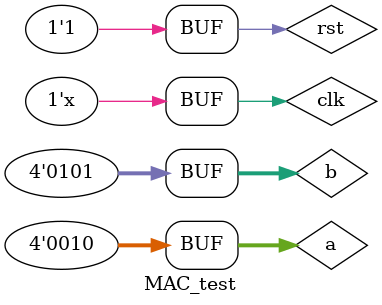
<source format=v>
`timescale 1ns / 1ps

module MAC_test;
// Inputs
reg [3:0] a;
reg [3:0] b;
reg clk;
reg rst;
// Outputs
wire [9:0] y;
// Instantiate the Unit Under Test (UUT)
MAC_8 uut (
.a(a),
.b(b),
.clk(clk),
.rst(rst),
.y(y)
);

initial begin
// Initialize Inputs
a = 4'b0000;
b = 4'b0000;
clk = 1'b0;
rst = 1'b0;
// Wait 100 ns for global reset to finish
#100;
a=4'b0010;
b=4'b0101;
rst=1'b1;
end
always 
#50 clk=~clk;
endmodule
</source>
